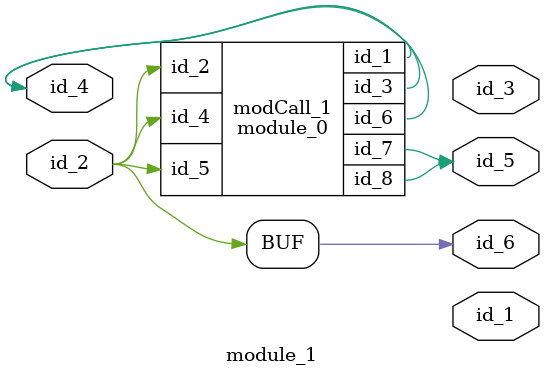
<source format=v>
module module_0 (
    id_1,
    id_2,
    id_3,
    id_4,
    id_5,
    id_6,
    id_7,
    id_8
);
  output wire id_8;
  output wire id_7;
  inout wire id_6;
  input wire id_5;
  input wire id_4;
  inout wire id_3;
  input wire id_2;
  inout wire id_1;
  wire id_9, id_10;
  generate
    wire id_11;
  endgenerate
endmodule
module module_1 (
    id_1,
    id_2,
    id_3,
    id_4,
    id_5,
    id_6
);
  output wire id_6;
  output wire id_5;
  inout wire id_4;
  output wire id_3;
  inout wire id_2;
  output wire id_1;
  assign id_6 = id_2;
  module_0 modCall_1 (
      id_4,
      id_2,
      id_4,
      id_2,
      id_2,
      id_4,
      id_5,
      id_5
  );
endmodule

</source>
